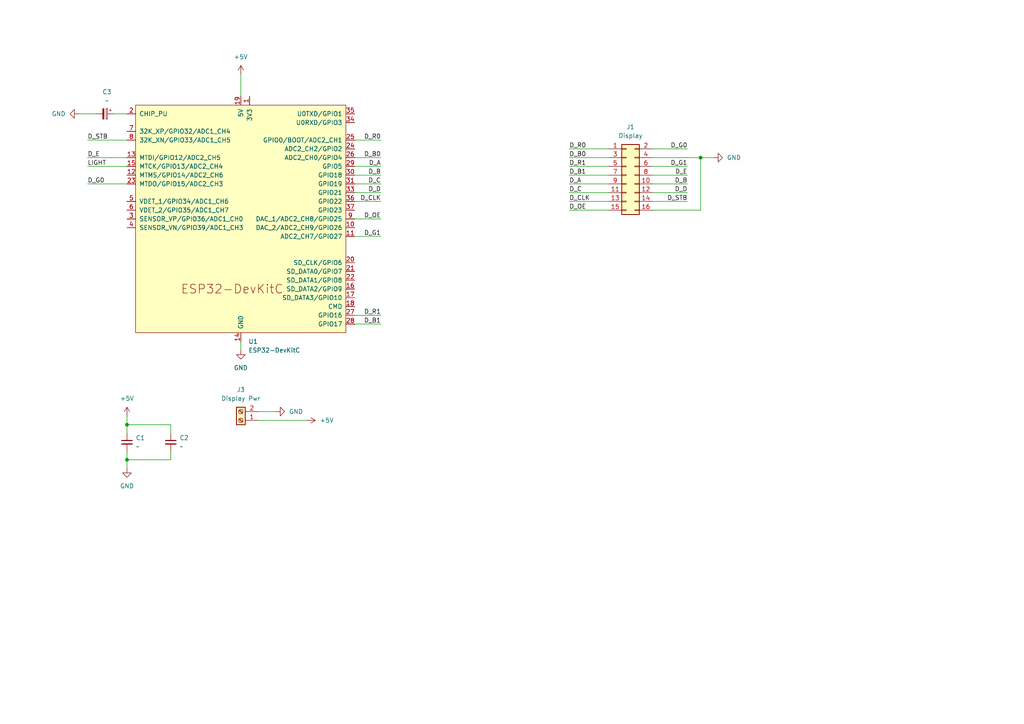
<source format=kicad_sch>
(kicad_sch (version 20230121) (generator eeschema)
  (paper "A4")
  (lib_symbols
    (symbol "Connector_Generic:Conn_02x08_Odd_Even" (pin_names (offset 1.016) hide)
      (property "Reference" "J1" (at 1.27 13.97 0))
      (property "Value" "Conn_02x08_Odd_Even" (at 1.27 11.43 0))
      (symbol "Conn_02x08_Odd_Even_1_1"
        (rectangle (start -1.27 -10.033) (end 0 -10.287) (stroke (width 0.1524)))
        (rectangle (start -1.27 -7.493) (end 0 -7.747) (stroke (width 0.1524)))
        (rectangle (start -1.27 -4.953) (end 0 -5.207) (stroke (width 0.1524)))
        (rectangle (start -1.27 -2.413) (end 0 -2.667) (stroke (width 0.1524)))
        (rectangle (start -1.27 0.127) (end 0 -0.127) (stroke (width 0.1524)))
        (rectangle (start -1.27 2.667) (end 0 2.413) (stroke (width 0.1524)))
        (rectangle (start -1.27 5.207) (end 0 4.953) (stroke (width 0.1524)))
        (rectangle (start -1.27 7.747) (end 0 7.493) (stroke (width 0.1524)))
        (rectangle (start -1.27 8.89) (end 3.81 -11.43) (stroke (width 0.254)) (fill (type background)))
        (rectangle (start 3.81 -10.033) (end 2.54 -10.287) (stroke (width 0.1524)))
        (rectangle (start 3.81 -7.493) (end 2.54 -7.747) (stroke (width 0.1524)))
        (rectangle (start 3.81 -4.953) (end 2.54 -5.207) (stroke (width 0.1524)))
        (rectangle (start 3.81 -2.413) (end 2.54 -2.667) (stroke (width 0.1524)))
        (rectangle (start 3.81 0.127) (end 2.54 -0.127) (stroke (width 0.1524)))
        (rectangle (start 3.81 2.667) (end 2.54 2.413) (stroke (width 0.1524)))
        (rectangle (start 3.81 5.207) (end 2.54 4.953) (stroke (width 0.1524)))
        (rectangle (start 3.81 7.747) (end 2.54 7.493) (stroke (width 0.1524)))
        (pin passive line (at -5.08 7.62 0) (length 3.81) (name "Pin_1") (number "1"))
        (pin passive line (at 7.62 -2.54 180) (length 3.81) (name "Pin_10") (number "10"))
        (pin passive line (at -5.08 -5.08 0) (length 3.81) (name "Pin_11") (number "11"))
        (pin passive line (at 7.62 -5.08 180) (length 3.81) (name "Pin_12") (number "12"))
        (pin passive line (at -5.08 -7.62 0) (length 3.81) (name "Pin_13") (number "13"))
        (pin passive line (at 7.62 -7.62 180) (length 3.81) (name "Pin_14") (number "14"))
        (pin passive line (at -5.08 -10.16 0) (length 3.81) (name "Pin_15") (number "15"))
        (pin passive line (at 7.62 -10.16 180) (length 3.81) (name "Pin_16") (number "16"))
        (pin passive line (at 7.62 7.62 180) (length 3.81) (name "Pin_2") (number "2"))
        (pin passive line (at -5.08 5.08 0) (length 3.81) (name "Pin_3") (number "3"))
        (pin passive line (at 7.62 5.08 180) (length 3.81) (name "Pin_4") (number "4"))
        (pin passive line (at -5.08 2.54 0) (length 3.81) (name "Pin_5") (number "5"))
        (pin passive line (at 7.62 2.54 180) (length 3.81) (name "Pin_6") (number "6"))
        (pin passive line (at -5.08 0 0) (length 3.81) (name "Pin_7") (number "7"))
        (pin passive line (at 7.62 0 180) (length 3.81) (name "Pin_8") (number "8"))
        (pin passive line (at -5.08 -2.54 0) (length 3.81) (name "Pin_9") (number "9"))
      )
    )
    (symbol "Device:C_Polarized_Small" (pin_numbers hide) (pin_names (offset 0.254) hide)
      (property "Reference" "C" (at 0.254 1.778 0))
      (property "Value" "C_Polarized_Small" (at 0.254 -2.032 0))
      (symbol "C_Polarized_Small_0_1"
        (rectangle (start -1.524 -0.3048) (end 1.524 -0.6858) (fill (type outline)))
        (rectangle (start -1.524 0.6858) (end 1.524 0.3048))
        (polyline (pts (xy -1.27 1.524) (xy -0.762 1.524)))
        (polyline (pts (xy -1.016 1.27) (xy -1.016 1.778)))
      )
      (symbol "C_Polarized_Small_1_1"
        (pin passive line (at 0 2.54 270) (length 1.8542) (name "~") (number "1"))
        (pin passive line (at 0 -2.54 90) (length 1.8542) (name "~") (number "2"))
      )
    )
    (symbol "Device:C_Small" (pin_numbers hide) (pin_names (offset 0.254) hide)
      (property "Reference" "C" (at 0.254 1.778 0))
      (property "Value" "C_Small" (at 0.254 -2.032 0))
      (symbol "C_Small_0_1"
        (polyline (pts (xy -1.524 -0.508) (xy 1.524 -0.508)) (stroke (width 0.3302)))
        (polyline (pts (xy -1.524 0.508) (xy 1.524 0.508)) (stroke (width 0.3048)))
      )
      (symbol "C_Small_1_1"
        (pin passive line (at 0 2.54 270) (length 2.032) (name "~") (number "1"))
        (pin passive line (at 0 -2.54 90) (length 2.032) (name "~") (number "2"))
      )
    )
    (symbol "PCM_Espressif:ESP32-DevKitC" (pin_names (offset 1.016))
      (property "Reference" "U" (at -30.48 38.1 0))
      (property "Value" "ESP32-DevKitC" (at -30.48 35.56 0))
      (symbol "ESP32-DevKitC_0_0"
        (text "ESP32-DevKitC" (at -2.54 -20.32 0) (effects (font (size 2.54 2.54))))
        (pin power_in line (at 0 -35.56 90) (length 2.54) (name "GND") (number "14"))
        (pin power_in line (at 0 35.56 270) (length 2.54) (name "5V") (number "19"))
      )
      (symbol "ESP32-DevKitC_0_1"
        (rectangle (start -30.48 33.02) (end 30.48 -33.02) (fill (type background)))
      )
      (symbol "ESP32-DevKitC_1_1"
        (pin power_in line (at 2.54 35.56 270) (length 2.54) (name "3V3") (number "1"))
        (pin bidirectional line (at 33.02 -2.54 180) (length 2.54) (name "DAC_2/ADC2_CH9/GPIO26") (number "10"))
        (pin bidirectional line (at 33.02 -5.08 180) (length 2.54) (name "ADC2_CH7/GPIO27") (number "11"))
        (pin bidirectional line (at -33.02 12.7 0) (length 2.54) (name "MTMS/GPIO14/ADC2_CH6") (number "12"))
        (pin bidirectional line (at -33.02 17.78 0) (length 2.54) (name "MTDI/GPIO12/ADC2_CH5") (number "13"))
        (pin bidirectional line (at -33.02 15.24 0) (length 2.54) (name "MTCK/GPIO13/ADC2_CH4") (number "15"))
        (pin bidirectional line (at 33.02 -20.32 180) (length 2.54) (name "SD_DATA2/GPIO9") (number "16"))
        (pin bidirectional line (at 33.02 -22.86 180) (length 2.54) (name "SD_DATA3/GPIO10") (number "17"))
        (pin bidirectional line (at 33.02 -25.4 180) (length 2.54) (name "CMD") (number "18"))
        (pin input line (at -33.02 30.48 0) (length 2.54) (name "CHIP_PU") (number "2"))
        (pin bidirectional line (at 33.02 -12.7 180) (length 2.54) (name "SD_CLK/GPIO6") (number "20"))
        (pin bidirectional line (at 33.02 -15.24 180) (length 2.54) (name "SD_DATA0/GPIO7") (number "21"))
        (pin bidirectional line (at 33.02 -17.78 180) (length 2.54) (name "SD_DATA1/GPIO8") (number "22"))
        (pin bidirectional line (at -33.02 10.16 0) (length 2.54) (name "MTDO/GPIO15/ADC2_CH3") (number "23"))
        (pin bidirectional line (at 33.02 20.32 180) (length 2.54) (name "ADC2_CH2/GPIO2") (number "24"))
        (pin bidirectional line (at 33.02 22.86 180) (length 2.54) (name "GPIO0/BOOT/ADC2_CH1") (number "25"))
        (pin bidirectional line (at 33.02 17.78 180) (length 2.54) (name "ADC2_CH0/GPIO4") (number "26"))
        (pin bidirectional line (at 33.02 -27.94 180) (length 2.54) (name "GPIO16") (number "27"))
        (pin bidirectional line (at 33.02 -30.48 180) (length 2.54) (name "GPIO17") (number "28"))
        (pin bidirectional line (at 33.02 15.24 180) (length 2.54) (name "GPIO5") (number "29"))
        (pin input line (at -33.02 0 0) (length 2.54) (name "SENSOR_VP/GPIO36/ADC1_CH0") (number "3"))
        (pin bidirectional line (at 33.02 12.7 180) (length 2.54) (name "GPIO18") (number "30"))
        (pin bidirectional line (at 33.02 10.16 180) (length 2.54) (name "GPIO19") (number "31"))
        (pin passive line (at 0 -35.56 90) (length 2.54) hide (name "GND") (number "32"))
        (pin bidirectional line (at 33.02 7.62 180) (length 2.54) (name "GPIO21") (number "33"))
        (pin bidirectional line (at 33.02 27.94 180) (length 2.54) (name "U0RXD/GPIO3") (number "34"))
        (pin bidirectional line (at 33.02 30.48 180) (length 2.54) (name "U0TXD/GPIO1") (number "35"))
        (pin bidirectional line (at 33.02 5.08 180) (length 2.54) (name "GPIO22") (number "36"))
        (pin bidirectional line (at 33.02 2.54 180) (length 2.54) (name "GPIO23") (number "37"))
        (pin passive line (at 0 -35.56 90) (length 2.54) hide (name "GND") (number "38"))
        (pin input line (at -33.02 -2.54 0) (length 2.54) (name "SENSOR_VN/GPIO39/ADC1_CH3") (number "4"))
        (pin input line (at -33.02 5.08 0) (length 2.54) (name "VDET_1/GPIO34/ADC1_CH6") (number "5"))
        (pin input line (at -33.02 2.54 0) (length 2.54) (name "VDET_2/GPIO35/ADC1_CH7") (number "6"))
        (pin bidirectional line (at -33.02 25.4 0) (length 2.54) (name "32K_XP/GPIO32/ADC1_CH4") (number "7"))
        (pin bidirectional line (at -33.02 22.86 0) (length 2.54) (name "32K_XN/GPIO33/ADC1_CH5") (number "8"))
        (pin bidirectional line (at 33.02 0 180) (length 2.54) (name "DAC_1/ADC2_CH8/GPIO25") (number "9"))
      )
    )
    (symbol "Screw_Terminal_01x02_1" (pin_names (offset 1.016) hide)
      (property "Reference" "J3" (at 0 -8.89 0))
      (property "Value" "Power input" (at 0 -6.35 0))
      (symbol "Screw_Terminal_01x02_1_1_1"
        (rectangle (start -1.27 1.27) (end 1.27 -3.81) (stroke (width 0.254)) (fill (type background)))
        (circle (center 0 -2.54) (radius 0.635) (stroke (width 0.1524)))
        (polyline (pts (xy -0.5334 -2.2098) (xy 0.3302 -3.048)) (stroke (width 0.1524)))
        (polyline (pts (xy -0.5334 0.3302) (xy 0.3302 -0.508)) (stroke (width 0.1524)))
        (polyline (pts (xy -0.3556 -2.032) (xy 0.508 -2.8702)) (stroke (width 0.1524)))
        (polyline (pts (xy -0.3556 0.508) (xy 0.508 -0.3302)) (stroke (width 0.1524)))
        (circle (center 0 0) (radius 0.635) (stroke (width 0.1524)))
        (pin passive line (at -5.08 0 0) (length 3.81) (name "Pin_1") (number "1"))
        (pin passive line (at -5.08 -2.54 0) (length 3.81) (name "Pin_2") (number "2"))
      )
    )
    (symbol "power:+5V" (power) (pin_names (offset 0))
      (property "Value" "+5V" (at 0 3.556 0))
      (symbol "+5V_0_1"
        (polyline (pts (xy -0.762 1.27) (xy 0 2.54)))
        (polyline (pts (xy 0 0) (xy 0 2.54)))
        (polyline (pts (xy 0 2.54) (xy 0.762 1.27)))
      )
      (symbol "+5V_1_1"
        (pin power_in line (at 0 0 90) (length 0) hide (name "+5V") (number "1"))
      )
    )
    (symbol "power:GND" (power) (pin_names (offset 0))
      (property "Value" "GND" (at 0 -3.81 0))
      (symbol "GND_0_1"
        (polyline (pts (xy 0 0) (xy 0 -1.27) (xy 1.27 -1.27) (xy 0 -2.54) (xy -1.27 -1.27) (xy 0 -1.27)))
      )
      (symbol "GND_1_1"
        (pin power_in line (at 0 0 270) (length 0) hide (name "GND") (number "1"))
      )
    )
  )
  (junction (at 36.83 123.19))
  (junction (at 203.2 45.72))
  (junction (at 36.83 133.35))
  (wire (pts (xy 165.1 55.88) (xy 176.53 55.88)))
  (wire (pts (xy 102.87 93.98) (xy 110.49 93.98)))
  (wire (pts (xy 102.87 45.72) (xy 110.49 45.72)))
  (wire (pts (xy 102.87 53.34) (xy 110.49 53.34)))
  (wire (pts (xy 189.23 45.72) (xy 203.2 45.72)))
  (wire (pts (xy 189.23 48.26) (xy 199.39 48.26)))
  (wire (pts (xy 189.23 60.96) (xy 203.2 60.96)))
  (wire (pts (xy 165.1 60.96) (xy 176.53 60.96)))
  (wire (pts (xy 165.1 43.18) (xy 176.53 43.18)))
  (wire (pts (xy 36.83 123.19) (xy 36.83 125.73)))
  (wire (pts (xy 49.53 133.35) (xy 36.83 133.35)))
  (wire (pts (xy 203.2 45.72) (xy 207.01 45.72)))
  (wire (pts (xy 189.23 55.88) (xy 199.39 55.88)))
  (wire (pts (xy 102.87 48.26) (xy 110.49 48.26)))
  (wire (pts (xy 25.4 40.64) (xy 36.83 40.64)))
  (wire (pts (xy 36.83 120.65) (xy 36.83 123.19)))
  (wire (pts (xy 36.83 133.35) (xy 36.83 135.89)))
  (wire (pts (xy 36.83 130.81) (xy 36.83 133.35)))
  (wire (pts (xy 69.85 21.59) (xy 69.85 27.94)))
  (wire (pts (xy 165.1 58.42) (xy 176.53 58.42)))
  (wire (pts (xy 189.23 58.42) (xy 199.39 58.42)))
  (wire (pts (xy 49.53 123.19) (xy 36.83 123.19)))
  (wire (pts (xy 74.93 119.38) (xy 80.01 119.38)))
  (wire (pts (xy 33.02 33.02) (xy 36.83 33.02)))
  (wire (pts (xy 165.1 48.26) (xy 176.53 48.26)))
  (wire (pts (xy 74.93 121.92) (xy 88.9 121.92)))
  (wire (pts (xy 102.87 68.58) (xy 110.49 68.58)))
  (wire (pts (xy 102.87 91.44) (xy 110.49 91.44)))
  (wire (pts (xy 25.4 48.26) (xy 36.83 48.26)))
  (wire (pts (xy 165.1 53.34) (xy 176.53 53.34)))
  (wire (pts (xy 203.2 60.96) (xy 203.2 45.72)))
  (wire (pts (xy 189.23 43.18) (xy 199.39 43.18)))
  (wire (pts (xy 49.53 130.81) (xy 49.53 133.35)))
  (wire (pts (xy 102.87 40.64) (xy 110.49 40.64)))
  (wire (pts (xy 189.23 50.8) (xy 199.39 50.8)))
  (wire (pts (xy 25.4 45.72) (xy 36.83 45.72)))
  (wire (pts (xy 25.4 53.34) (xy 36.83 53.34)))
  (wire (pts (xy 69.85 99.06) (xy 69.85 101.6)))
  (wire (pts (xy 189.23 53.34) (xy 199.39 53.34)))
  (wire (pts (xy 49.53 125.73) (xy 49.53 123.19)))
  (wire (pts (xy 102.87 58.42) (xy 110.49 58.42)))
  (wire (pts (xy 165.1 45.72) (xy 176.53 45.72)))
  (wire (pts (xy 102.87 50.8) (xy 110.49 50.8)))
  (wire (pts (xy 165.1 50.8) (xy 176.53 50.8)))
  (wire (pts (xy 22.86 33.02) (xy 27.94 33.02)))
  (wire (pts (xy 102.87 55.88) (xy 110.49 55.88)))
  (wire (pts (xy 102.87 63.5) (xy 110.49 63.5)))
  (label "D_C" (at 110.49 53.34 180))
  (label "D_C" (at 165.1 55.88 0))
  (label "D_A" (at 165.1 53.34 0))
  (label "D_CLK" (at 165.1 58.42 0))
  (label "D_B" (at 110.49 50.8 180))
  (label "D_D" (at 110.49 55.88 180))
  (label "D_STB" (at 199.39 58.42 180))
  (label "D_B1" (at 165.1 50.8 0))
  (label "D_E" (at 199.39 50.8 180))
  (label "D_D" (at 199.39 55.88 180))
  (label "D_R0" (at 110.49 40.64 180))
  (label "D_B" (at 199.39 53.34 180))
  (label "D_STB" (at 25.4 40.64 0))
  (label "D_G1" (at 110.49 68.58 180))
  (label "D_G1" (at 199.39 48.26 180))
  (label "D_B1" (at 110.49 93.98 180))
  (label "D_R1" (at 110.49 91.44 180))
  (label "D_A" (at 110.49 48.26 180))
  (label "D_E" (at 25.4 45.72 0))
  (label "D_G0" (at 199.39 43.18 180))
  (label "D_OE" (at 165.1 60.96 0))
  (label "D_R0" (at 165.1 43.18 0))
  (label "D_OE" (at 110.49 63.5 180))
  (label "D_CLK" (at 110.49 58.42 180))
  (label "D_R1" (at 165.1 48.26 0))
  (label "D_B0" (at 110.49 45.72 180))
  (label "LIGHT" (at 25.4 48.26 0))
  (label "D_B0" (at 165.1 45.72 0))
  (label "D_G0" (at 25.4 53.34 0))
  (symbol (lib_id "power:+5V") (at 69.85 21.59 0) (unit 1)
    (property "Reference" "#PWR02" (effects hide))
    (property "Value" "+5V" (at 69.85 16.51 0))
  )
  (symbol (lib_id "Connector_Generic:Conn_02x08_Odd_Even") (at 181.61 50.8 0) (unit 1)
    (property "Reference" "J1" (at 182.88 36.83 0))
    (property "Value" "Display" (at 182.88 39.37 0))
    (property "Footprint" "Connector_PinHeader_2.54mm:PinHeader_2x08_P2.54mm_Vertical" (effects hide))
  )
  (symbol (lib_id "power:GND") (at 80.01 119.38 90) (unit 1)
    (property "Reference" "#PWR05" (effects hide))
    (property "Value" "GND" (at 83.82 119.38 90) (effects (justify right)))
  )
  (symbol (lib_id "power:GND") (at 207.01 45.72 90) (unit 1)
    (property "Reference" "#PWR011" (effects hide))
    (property "Value" "GND" (at 210.82 45.72 90) (effects (justify right)))
  )
  (symbol (lib_id "Device:C_Small") (at 36.83 128.27 0) (unit 1)
    (property "Reference" "C1" (at 39.37 127.0063 0) (effects (justify left)))
    (property "Value" "~" (at 39.37 129.5463 0) (effects (justify left)))
    (property "Footprint" "Capacitor_THT:C_Rect_L4.6mm_W3.0mm_P2.50mm_MKS02_FKP02" (effects hide))
  )
  (symbol (lib_id "power:+5V") (at 88.9 121.92 270) (unit 1)
    (property "Reference" "#PWR06" (effects hide))
    (property "Value" "+5V" (at 92.71 121.92 90) (effects (justify left)))
  )
  (symbol (lib_id "Device:C_Small") (at 49.53 128.27 0) (unit 1)
    (property "Reference" "C2" (at 52.07 127.0063 0) (effects (justify left)))
    (property "Value" "~" (at 52.07 129.5463 0) (effects (justify left)))
    (property "Footprint" "Capacitor_THT:C_Rect_L4.6mm_W3.0mm_P2.50mm_MKS02_FKP02" (effects hide))
  )
  (symbol (lib_id "PCM_Espressif:ESP32-DevKitC") (at 69.85 63.5 0) (unit 1)
    (property "Reference" "U1" (at 72.0441 99.06 0) (effects (justify left)))
    (property "Value" "ESP32-DevKitC" (at 72.0441 101.6 0) (effects (justify left)))
    (property "Footprint" "PCM_Espressif:ESP32-DevKitC" (effects hide))
    (property "Datasheet" "https://docs.espressif.com/projects/esp-idf/zh_CN/latest/esp32/hw-reference/esp32/get-started-devkitc.html" (effects hide))
  )
  (symbol (lib_id "power:GND") (at 69.85 101.6 0) (unit 1)
    (property "Reference" "#PWR010" (effects hide))
    (property "Value" "GND" (at 69.85 106.68 0))
  )
  (symbol (lib_id "power:+5V") (at 36.83 120.65 0) (unit 1)
    (property "Reference" "#PWR03" (effects hide))
    (property "Value" "+5V" (at 36.83 115.57 0))
  )
  (symbol (lib_id "Device:C_Polarized_Small") (at 30.48 33.02 270) (unit 1)
    (property "Reference" "C3" (at 31.0261 26.67 90))
    (property "Value" "~" (at 31.0261 29.21 90))
    (property "Footprint" "Capacitor_THT:CP_Radial_D5.0mm_P2.50mm" (effects hide))
  )
  (symbol (lib_id "power:GND") (at 22.86 33.02 270) (unit 1)
    (property "Reference" "#PWR014" (effects hide))
    (property "Value" "GND" (at 19.05 33.02 90) (effects (justify right)))
  )
  (symbol (lib_id "power:GND") (at 36.83 135.89 0) (unit 1)
    (property "Reference" "#PWR01" (effects hide))
    (property "Value" "GND" (at 36.83 140.97 0))
  )
  (symbol (lib_name "Screw_Terminal_01x02_1") (lib_id "Connector:Screw_Terminal_01x02") (at 69.85 121.92 180) (unit 1)
    (property "Reference" "J3" (at 69.85 113.03 0))
    (property "Value" "Display Pwr" (at 69.85 115.57 0))
    (property "Footprint" "TerminalBlock_TE-Connectivity:TerminalBlock_TE_282834-2_1x02_P2.54mm_Horizontal" (effects hide))
  )
)
</source>
